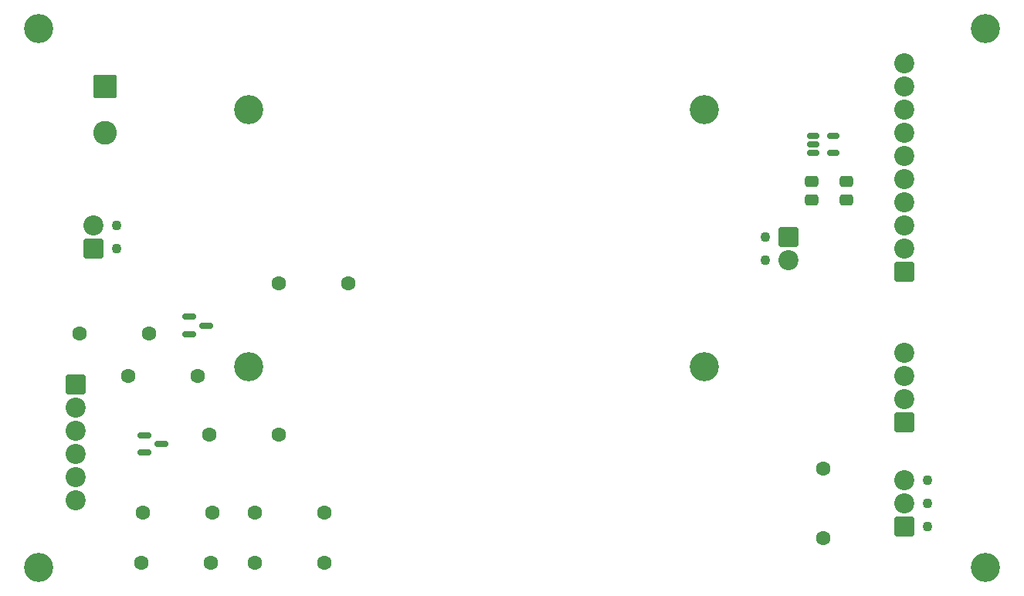
<source format=gts>
%TF.GenerationSoftware,KiCad,Pcbnew,9.0.7*%
%TF.CreationDate,2026-01-11T22:14:01+00:00*%
%TF.ProjectId,ChillerHub,4368696c-6c65-4724-9875-622e6b696361,rev?*%
%TF.SameCoordinates,Original*%
%TF.FileFunction,Soldermask,Top*%
%TF.FilePolarity,Negative*%
%FSLAX46Y46*%
G04 Gerber Fmt 4.6, Leading zero omitted, Abs format (unit mm)*
G04 Created by KiCad (PCBNEW 9.0.7) date 2026-01-11 22:14:01*
%MOMM*%
%LPD*%
G01*
G04 APERTURE LIST*
G04 Aperture macros list*
%AMRoundRect*
0 Rectangle with rounded corners*
0 $1 Rounding radius*
0 $2 $3 $4 $5 $6 $7 $8 $9 X,Y pos of 4 corners*
0 Add a 4 corners polygon primitive as box body*
4,1,4,$2,$3,$4,$5,$6,$7,$8,$9,$2,$3,0*
0 Add four circle primitives for the rounded corners*
1,1,$1+$1,$2,$3*
1,1,$1+$1,$4,$5*
1,1,$1+$1,$6,$7*
1,1,$1+$1,$8,$9*
0 Add four rect primitives between the rounded corners*
20,1,$1+$1,$2,$3,$4,$5,0*
20,1,$1+$1,$4,$5,$6,$7,0*
20,1,$1+$1,$6,$7,$8,$9,0*
20,1,$1+$1,$8,$9,$2,$3,0*%
G04 Aperture macros list end*
%ADD10RoundRect,0.249999X-0.850001X0.850001X-0.850001X-0.850001X0.850001X-0.850001X0.850001X0.850001X0*%
%ADD11C,2.200000*%
%ADD12RoundRect,0.249999X0.850001X-0.850001X0.850001X0.850001X-0.850001X0.850001X-0.850001X-0.850001X0*%
%ADD13C,1.100000*%
%ADD14RoundRect,0.250000X0.475000X-0.337500X0.475000X0.337500X-0.475000X0.337500X-0.475000X-0.337500X0*%
%ADD15RoundRect,0.150000X-0.512500X-0.150000X0.512500X-0.150000X0.512500X0.150000X-0.512500X0.150000X0*%
%ADD16C,3.200000*%
%ADD17C,1.600000*%
%ADD18RoundRect,0.150000X-0.587500X-0.150000X0.587500X-0.150000X0.587500X0.150000X-0.587500X0.150000X0*%
%ADD19RoundRect,0.250000X-1.050000X1.050000X-1.050000X-1.050000X1.050000X-1.050000X1.050000X1.050000X0*%
%ADD20C,2.600000*%
G04 APERTURE END LIST*
D10*
%TO.C,J2_GE1*%
X75500000Y-113920000D03*
D11*
X75500000Y-116460000D03*
X75500000Y-119000000D03*
X75500000Y-121540000D03*
X75500000Y-124080000D03*
X75500000Y-126620000D03*
%TD*%
D12*
%TO.C,J3_ESP1*%
X166370000Y-101600000D03*
D11*
X166370000Y-99060000D03*
X166370000Y-96520000D03*
X166370000Y-93980000D03*
X166370000Y-91440000D03*
X166370000Y-88900000D03*
X166370000Y-86360000D03*
X166370000Y-83820000D03*
X166370000Y-81280000D03*
X166370000Y-78740000D03*
%TD*%
D12*
%TO.C,J4_SHT1*%
X166370000Y-118110000D03*
D11*
X166370000Y-115570000D03*
X166370000Y-113030000D03*
X166370000Y-110490000D03*
%TD*%
D13*
%TO.C,J5_DS18B1*%
X168910000Y-129540000D03*
X168910000Y-127000000D03*
X168910000Y-124460000D03*
D12*
X166370000Y-129540000D03*
D11*
X166370000Y-127000000D03*
X166370000Y-124460000D03*
%TD*%
D14*
%TO.C,C1*%
X160020000Y-91672500D03*
X160020000Y-93747500D03*
%TD*%
D15*
%TO.C,U1*%
X156342500Y-86680000D03*
X156342500Y-87630000D03*
X156342500Y-88580000D03*
X158617500Y-88580000D03*
X158617500Y-86680000D03*
%TD*%
D14*
%TO.C,C2*%
X156210000Y-93747500D03*
X156210000Y-91672500D03*
%TD*%
D11*
%TO.C,U2_LM1*%
X153670000Y-100330000D03*
D10*
X153670000Y-97790000D03*
D13*
X151130000Y-100330000D03*
X151130000Y-97790000D03*
%TD*%
D16*
%TO.C,REF\u002A\u002A*%
X175260000Y-74930000D03*
%TD*%
%TO.C,REF\u002A\u002A*%
X94447658Y-83838061D03*
%TD*%
%TO.C,REF\u002A\u002A*%
X144447658Y-83838061D03*
%TD*%
%TO.C,REF\u002A\u002A*%
X144447658Y-112038061D03*
%TD*%
%TO.C,REF\u002A\u002A*%
X94447658Y-112038061D03*
%TD*%
D13*
%TO.C,U1_LM1*%
X80010000Y-99060000D03*
X80010000Y-96520000D03*
D12*
X77470000Y-99060000D03*
D11*
X77470000Y-96520000D03*
%TD*%
D17*
%TO.C,R9*%
X157480000Y-123190000D03*
X157480000Y-130810000D03*
%TD*%
%TO.C,R1*%
X97790000Y-102870000D03*
X105410000Y-102870000D03*
%TD*%
D16*
%TO.C,REF\u002A\u002A*%
X71500000Y-134000000D03*
%TD*%
%TO.C,REF\u002A\u002A*%
X71500000Y-74930000D03*
%TD*%
%TO.C,REF\u002A\u002A*%
X175260000Y-134000000D03*
%TD*%
D18*
%TO.C,Q1_RUN1*%
X87962500Y-106550000D03*
X87962500Y-108450000D03*
X89837500Y-107500000D03*
%TD*%
D17*
%TO.C,R6*%
X82690000Y-133500000D03*
X90310000Y-133500000D03*
%TD*%
%TO.C,R7*%
X95190000Y-133500000D03*
X102810000Y-133500000D03*
%TD*%
%TO.C,R2*%
X90190000Y-119500000D03*
X97810000Y-119500000D03*
%TD*%
%TO.C,R3*%
X88900000Y-113000000D03*
X81280000Y-113000000D03*
%TD*%
%TO.C,R8*%
X102810000Y-128000000D03*
X95190000Y-128000000D03*
%TD*%
D19*
%TO.C,J1_24VDC1*%
X78740000Y-81280000D03*
D20*
X78740000Y-86360000D03*
%TD*%
D18*
%TO.C,Q2_DIR1*%
X83062500Y-119550000D03*
X83062500Y-121450000D03*
X84937500Y-120500000D03*
%TD*%
D17*
%TO.C,R4*%
X83573408Y-108375094D03*
X75953408Y-108375094D03*
%TD*%
%TO.C,R5*%
X82880000Y-128000000D03*
X90500000Y-128000000D03*
%TD*%
M02*

</source>
